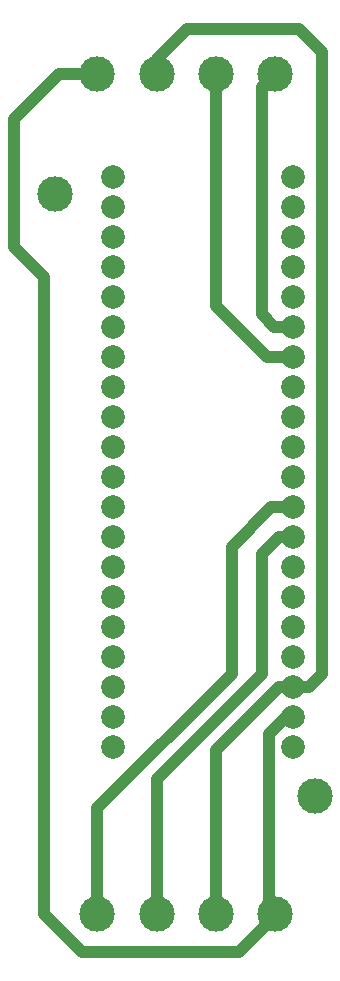
<source format=gbr>
%TF.GenerationSoftware,KiCad,Pcbnew,(5.1.6)-1*%
%TF.CreationDate,2020-06-28T19:48:15+04:00*%
%TF.ProjectId,SmartHouseRelayGateController,536d6172-7448-46f7-9573-6552656c6179,rev?*%
%TF.SameCoordinates,Original*%
%TF.FileFunction,Copper,L1,Top*%
%TF.FilePolarity,Positive*%
%FSLAX46Y46*%
G04 Gerber Fmt 4.6, Leading zero omitted, Abs format (unit mm)*
G04 Created by KiCad (PCBNEW (5.1.6)-1) date 2020-06-28 19:48:15*
%MOMM*%
%LPD*%
G01*
G04 APERTURE LIST*
%TA.AperFunction,ComponentPad*%
%ADD10C,2.000000*%
%TD*%
%TA.AperFunction,ComponentPad*%
%ADD11C,3.000000*%
%TD*%
%TA.AperFunction,Conductor*%
%ADD12C,1.000000*%
%TD*%
G04 APERTURE END LIST*
D10*
%TO.P,U1,1*%
%TO.N,Net-(U1-Pad1)*%
X273200000Y-112820000D03*
%TO.P,U1,2*%
%TO.N,Net-(P1-Pad4)*%
X273200000Y-110280000D03*
%TO.P,U1,3*%
%TO.N,Net-(P1-Pad3)*%
X273200000Y-107740000D03*
%TO.P,U1,4*%
%TO.N,Net-(U1-Pad4)*%
X273200000Y-105200000D03*
%TO.P,U1,5*%
%TO.N,Net-(U1-Pad5)*%
X273200000Y-102660000D03*
%TO.P,U1,6*%
%TO.N,Net-(U1-Pad6)*%
X273200000Y-100120000D03*
%TO.P,U1,7*%
%TO.N,Net-(U1-Pad7)*%
X273200000Y-97580000D03*
%TO.P,U1,8*%
%TO.N,Net-(P3-Pad3)*%
X273200000Y-95040000D03*
%TO.P,U1,9*%
%TO.N,Net-(P3-Pad4)*%
X273200000Y-92500000D03*
%TO.P,U1,10*%
%TO.N,Net-(U1-Pad10)*%
X273200000Y-89960000D03*
%TO.P,U1,11*%
%TO.N,Net-(U1-Pad11)*%
X273200000Y-87420000D03*
%TO.P,U1,12*%
%TO.N,Net-(U1-Pad12)*%
X273200000Y-84880000D03*
%TO.P,U1,13*%
%TO.N,Net-(U1-Pad13)*%
X273200000Y-82340000D03*
%TO.P,U1,14*%
%TO.N,Net-(P1-Pad2)*%
X273200000Y-79800000D03*
%TO.P,U1,15*%
%TO.N,Net-(P1-Pad1)*%
X273200000Y-77260000D03*
%TO.P,U1,16*%
%TO.N,Net-(U1-Pad16)*%
X273200000Y-74720000D03*
%TO.P,U1,17*%
%TO.N,Net-(U1-Pad17)*%
X273200000Y-72180000D03*
%TO.P,U1,18*%
%TO.N,Net-(U1-Pad18)*%
X273200000Y-69640000D03*
%TO.P,U1,19*%
%TO.N,Net-(U1-Pad19)*%
X273200000Y-67100000D03*
%TO.P,U1,20*%
%TO.N,Net-(U1-Pad20)*%
X273200000Y-64560000D03*
%TO.P,U1,21*%
%TO.N,Net-(U1-Pad21)*%
X257960000Y-112820000D03*
%TO.P,U1,22*%
%TO.N,Net-(U1-Pad22)*%
X257960000Y-110280000D03*
%TO.P,U1,23*%
%TO.N,Net-(U1-Pad23)*%
X257960000Y-107740000D03*
%TO.P,U1,24*%
%TO.N,Net-(U1-Pad24)*%
X257960000Y-105200000D03*
%TO.P,U1,25*%
%TO.N,Net-(U1-Pad25)*%
X257960000Y-102660000D03*
%TO.P,U1,26*%
%TO.N,Net-(U1-Pad26)*%
X257960000Y-100120000D03*
%TO.P,U1,27*%
%TO.N,Net-(U1-Pad27)*%
X257960000Y-97580000D03*
%TO.P,U1,28*%
%TO.N,Net-(U1-Pad28)*%
X257960000Y-95040000D03*
%TO.P,U1,29*%
%TO.N,Net-(U1-Pad29)*%
X257960000Y-92500000D03*
%TO.P,U1,30*%
%TO.N,Net-(U1-Pad30)*%
X257960000Y-89960000D03*
%TO.P,U1,31*%
%TO.N,Net-(U1-Pad31)*%
X257960000Y-87420000D03*
%TO.P,U1,32*%
%TO.N,Net-(U1-Pad32)*%
X257960000Y-84880000D03*
%TO.P,U1,33*%
%TO.N,Net-(U1-Pad33)*%
X257960000Y-82340000D03*
%TO.P,U1,34*%
%TO.N,Net-(U1-Pad34)*%
X257960000Y-79800000D03*
%TO.P,U1,35*%
%TO.N,Net-(U1-Pad35)*%
X257960000Y-77260000D03*
%TO.P,U1,36*%
%TO.N,Net-(U1-Pad36)*%
X257960000Y-74720000D03*
%TO.P,U1,37*%
%TO.N,Net-(U1-Pad37)*%
X257960000Y-72180000D03*
%TO.P,U1,38*%
%TO.N,Net-(U1-Pad38)*%
X257960000Y-69640000D03*
%TO.P,U1,39*%
%TO.N,Net-(U1-Pad39)*%
X257960000Y-67100000D03*
%TO.P,U1,40*%
%TO.N,Net-(U1-Pad40)*%
X257960000Y-64560000D03*
%TD*%
D11*
%TO.P,REF\u002A\u002A,1*%
%TO.N,N/C*%
X253000000Y-66000000D03*
%TD*%
%TO.P,REF\u002A\u002A,1*%
%TO.N,N/C*%
X275000000Y-117000000D03*
%TD*%
%TO.P,P1,1*%
%TO.N,Net-(P1-Pad1)*%
X271620000Y-55880000D03*
%TO.P,P1,2*%
%TO.N,Net-(P1-Pad2)*%
X266620000Y-55880000D03*
%TO.P,P1,3*%
%TO.N,Net-(P1-Pad3)*%
X261620000Y-55880000D03*
%TO.P,P1,4*%
%TO.N,Net-(P1-Pad4)*%
X256620000Y-55880000D03*
%TD*%
%TO.P,P3,1*%
%TO.N,Net-(P1-Pad4)*%
X271620000Y-127000000D03*
%TO.P,P3,2*%
%TO.N,Net-(P1-Pad3)*%
X266620000Y-127000000D03*
%TO.P,P3,3*%
%TO.N,Net-(P3-Pad3)*%
X261620000Y-127000000D03*
%TO.P,P3,4*%
%TO.N,Net-(P3-Pad4)*%
X256620000Y-127000000D03*
%TD*%
D12*
%TO.N,Net-(P1-Pad2)*%
X273200000Y-79800000D02*
X270935000Y-79800000D01*
X266620000Y-75485000D02*
X266620000Y-55880000D01*
X270935000Y-79800000D02*
X266620000Y-75485000D01*
%TO.N,Net-(P1-Pad1)*%
X273200000Y-77260000D02*
X271570000Y-77260000D01*
X270510000Y-56990000D02*
X271620000Y-55880000D01*
X270510000Y-76200000D02*
X270510000Y-56990000D01*
X271570000Y-77260000D02*
X270510000Y-76200000D01*
%TO.N,Net-(P1-Pad4)*%
X271620000Y-127000000D02*
X271620000Y-127160000D01*
X271620000Y-127160000D02*
X268605000Y-130175000D01*
X253365000Y-55880000D02*
X256620000Y-55880000D01*
X249555000Y-59690000D02*
X253365000Y-55880000D01*
X249555000Y-70485000D02*
X249555000Y-59690000D01*
X252095000Y-73025000D02*
X249555000Y-70485000D01*
X252095000Y-127000000D02*
X252095000Y-73025000D01*
X255270000Y-130175000D02*
X252095000Y-127000000D01*
X268605000Y-130175000D02*
X255270000Y-130175000D01*
X273200000Y-110280000D02*
X272625000Y-110280000D01*
X272625000Y-110280000D02*
X271145000Y-111760000D01*
X271145000Y-111760000D02*
X271145000Y-126525000D01*
X271145000Y-126525000D02*
X271620000Y-127000000D01*
X256620000Y-55880000D02*
X256620000Y-55960000D01*
%TO.N,Net-(P1-Pad3)*%
X261620000Y-55880000D02*
X261620000Y-54610000D01*
X261620000Y-54610000D02*
X264160000Y-52070000D01*
X264160000Y-52070000D02*
X273685000Y-52070000D01*
X273685000Y-52070000D02*
X275590000Y-53975000D01*
X275590000Y-53975000D02*
X275590000Y-106680000D01*
X275590000Y-106680000D02*
X274530000Y-107740000D01*
X274530000Y-107740000D02*
X273200000Y-107740000D01*
X266620000Y-127000000D02*
X266620000Y-113110000D01*
X271990000Y-107740000D02*
X273200000Y-107740000D01*
X266620000Y-113110000D02*
X271990000Y-107740000D01*
X266620000Y-127000000D02*
X266620000Y-125810000D01*
%TO.N,Net-(P3-Pad3)*%
X261620000Y-127000000D02*
X261620000Y-115570000D01*
X271990000Y-95040000D02*
X273200000Y-95040000D01*
X270510000Y-96520000D02*
X271990000Y-95040000D01*
X270510000Y-106680000D02*
X270510000Y-96520000D01*
X261620000Y-115570000D02*
X270510000Y-106680000D01*
%TO.N,Net-(P3-Pad4)*%
X256620000Y-127000000D02*
X256620000Y-118030000D01*
X271355000Y-92500000D02*
X273200000Y-92500000D01*
X267970000Y-95885000D02*
X271355000Y-92500000D01*
X267970000Y-106680000D02*
X267970000Y-95885000D01*
X256620000Y-118030000D02*
X267970000Y-106680000D01*
%TD*%
M02*

</source>
